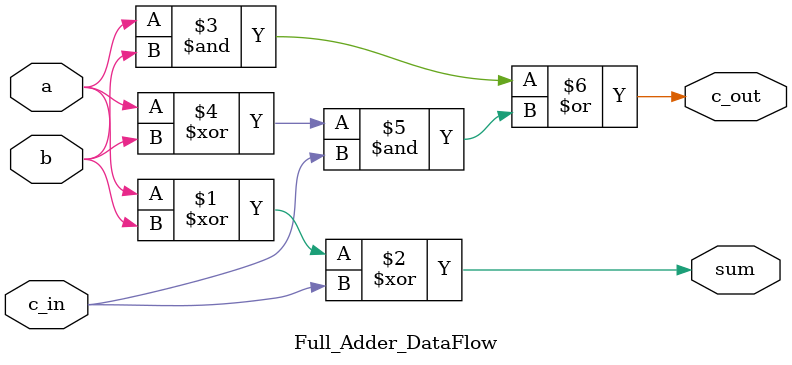
<source format=v>
module Full_Adder_DataFlow(a, b, c_in, sum, c_out);

input a, b, c_in;
output sum, c_out;

assign sum = (a ^ b) ^ c_in;
assign c_out = (a & b) | ((a ^ b) & c_in);

endmodule 
</source>
